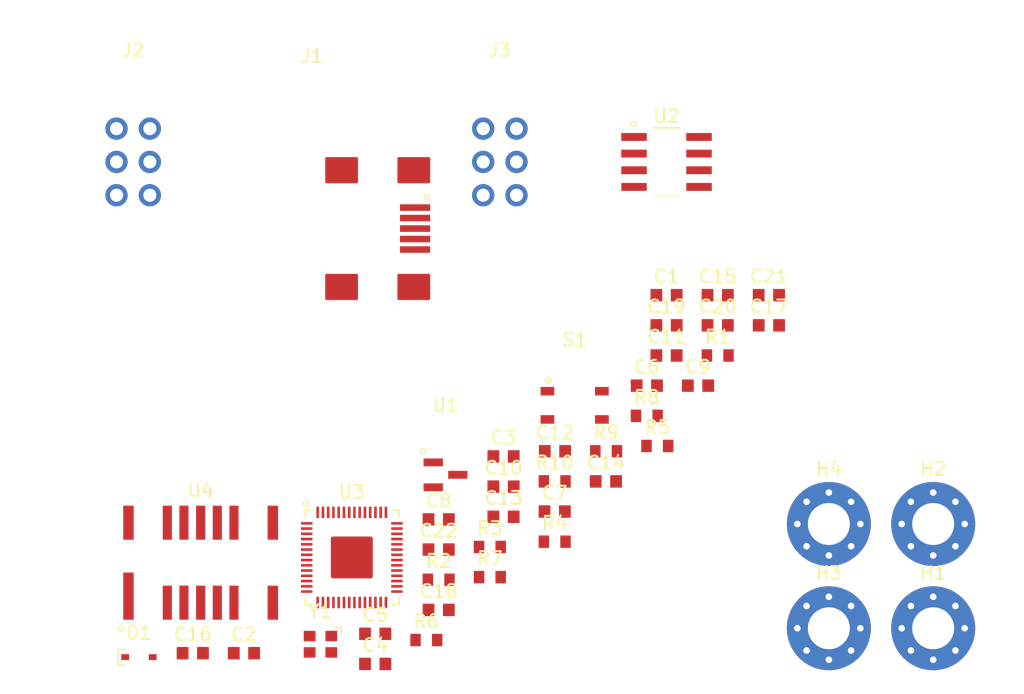
<source format=kicad_pcb>
(kicad_pcb (version 20220131) (generator pcbnew)
  (layers (0 "F.Cu" signal) (31 "B.Cu" signal) (34 "B.Paste" user) (35 "F.Paste" user) (36 "B.SilkS" user "B.Silkscreen") (37 "F.SilkS" user "F.Silkscreen") (38 "B.Mask" user) (39 "F.Mask" user) (44 "Edge.Cuts" user))
  (net 0 "")
  (net 1 "+3V3")
  (net 2 "GND")
  (net 3 "Net-(D1-K)")
  (net 4 "/VCORE")
  (net 5 "Net-(U3-XIN)")
  (net 6 "Net-(C13-Pad1)")
  (net 7 "/DVDD")
  (net 8 "Net-(C20-Pad1)")
  (net 9 "/VBUS")
  (net 10 "/USB_DN")
  (net 11 "/USB_DP")
  (net 14 "/I2C_EXT_SDA")
  (net 15 "/I2C_EXT_SCL")
  (net 16 "/SPI_~{CS}")
  (net 17 "Net-(U3-USB_DP)")
  (net 18 "Net-(U3-USB_DM)")
  (net 19 "/~{BOOT}")
  (net 20 "Net-(U3-XOUT)")
  (net 21 "Net-(U3-RUN)")
  (net 22 "/I2C_INT_SDA")
  (net 23 "/I2C_INT_SCL")
  (net 24 "/I2C_INT_INT")
  (net 25 "/AVDD")
  (net 26 "/SPI_SD1")
  (net 27 "/SPI_SD2")
  (net 28 "/SPI_SD0")
  (net 29 "/SPI_SCLK")
  (net 30 "/SPI_SD3")
  (footprint "00_pwt-temp_lib:R_0603" (layer "F.Cu") (at 151.64 105.32)
    (fp_text reference "R7" (at 0 -1.43) (layer "F.SilkS"))
    (fp_text value "10k")
    (pad "1" smd roundrect (at -0.825 0) (size 0.8 0.95) (layers "F.Cu" "F.Paste" "F.Mask") (roundrect_rratio 0.05) (net 1 "+3V3"))
    (pad "2" smd roundrect (at 0.825 0) (size 0.8 0.95) (layers "F.Cu" "F.Paste" "F.Mask") (roundrect_rratio 0.05) (net 22 "/I2C_INT_SDA"))
  )
  (footprint "00_pwt-temp_lib:R_0603" (layer "F.Cu") (at 164.4 95.32)
    (fp_text reference "R5" (at 0 -1.43) (layer "F.SilkS"))
    (fp_text value "1k")
    (pad "1" smd roundrect (at -0.825 0) (size 0.8 0.95) (layers "F.Cu" "F.Paste" "F.Mask") (roundrect_rratio 0.05) (net 6 "Net-(C13-Pad1)"))
    (pad "2" smd roundrect (at 0.825 0) (size 0.8 0.95) (layers "F.Cu" "F.Paste" "F.Mask") (roundrect_rratio 0.05) (net 20 "Net-(U3-XOUT)"))
  )
  (footprint "MountingHole:MountingHole_3.2mm_M3_Pad_Via" (layer "F.Cu") (at 185.42 109.22)
    (fp_text reference "H1" (at 0 -4.2) (layer "F.SilkS"))
    (fp_text value "MountingHole_Pad")
    (pad "1" thru_hole circle (at -2.4 0) (size 0.8 0.8) (drill 0.5) (layers *.Cu *.Mask) (net 2 "GND"))
    (pad "1" thru_hole circle (at -1.697056 -1.697056) (size 0.8 0.8) (drill 0.5) (layers *.Cu *.Mask) (net 2 "GND"))
    (pad "1" thru_hole circle (at -1.697056 1.697056) (size 0.8 0.8) (drill 0.5) (layers *.Cu *.Mask) (net 2 "GND"))
    (pad "1" thru_hole circle (at 0 -2.4) (size 0.8 0.8) (drill 0.5) (layers *.Cu *.Mask) (net 2 "GND"))
    (pad "1" thru_hole circle (at 0 0) (size 6.4 6.4) (drill 3.2) (layers *.Cu *.Mask) (net 2 "GND"))
    (pad "1" thru_hole circle (at 0 2.4) (size 0.8 0.8) (drill 0.5) (layers *.Cu *.Mask) (net 2 "GND"))
    (pad "1" thru_hole circle (at 1.697056 -1.697056) (size 0.8 0.8) (drill 0.5) (layers *.Cu *.Mask) (net 2 "GND"))
    (pad "1" thru_hole circle (at 1.697056 1.697056) (size 0.8 0.8) (drill 0.5) (layers *.Cu *.Mask) (net 2 "GND"))
    (pad "1" thru_hole circle (at 2.4 0) (size 0.8 0.8) (drill 0.5) (layers *.Cu *.Mask) (net 2 "GND"))
  )
  (footprint "MountingHole:MountingHole_3.2mm_M3_Pad_Via" (layer "F.Cu") (at 177.47 109.22)
    (fp_text reference "H3" (at 0 -4.2) (layer "F.SilkS"))
    (fp_text value "MountingHole_Pad")
    (pad "1" thru_hole circle (at -2.4 0) (size 0.8 0.8) (drill 0.5) (layers *.Cu *.Mask) (net 2 "GND"))
    (pad "1" thru_hole circle (at -1.697056 -1.697056) (size 0.8 0.8) (drill 0.5) (layers *.Cu *.Mask) (net 2 "GND"))
    (pad "1" thru_hole circle (at -1.697056 1.697056) (size 0.8 0.8) (drill 0.5) (layers *.Cu *.Mask) (net 2 "GND"))
    (pad "1" thru_hole circle (at 0 -2.4) (size 0.8 0.8) (drill 0.5) (layers *.Cu *.Mask) (net 2 "GND"))
    (pad "1" thru_hole circle (at 0 0) (size 6.4 6.4) (drill 3.2) (layers *.Cu *.Mask) (net 2 "GND"))
    (pad "1" thru_hole circle (at 0 2.4) (size 0.8 0.8) (drill 0.5) (layers *.Cu *.Mask) (net 2 "GND"))
    (pad "1" thru_hole circle (at 1.697056 -1.697056) (size 0.8 0.8) (drill 0.5) (layers *.Cu *.Mask) (net 2 "GND"))
    (pad "1" thru_hole circle (at 1.697056 1.697056) (size 0.8 0.8) (drill 0.5) (layers *.Cu *.Mask) (net 2 "GND"))
    (pad "1" thru_hole circle (at 2.4 0) (size 0.8 0.8) (drill 0.5) (layers *.Cu *.Mask) (net 2 "GND"))
  )
  (footprint "MountingHole:MountingHole_3.2mm_M3_Pad_Via" (layer "F.Cu") (at 177.47 101.27)
    (fp_text reference "H4" (at 0 -4.2) (layer "F.SilkS"))
    (fp_text value "MountingHole_Pad")
    (pad "1" thru_hole circle (at -2.4 0) (size 0.8 0.8) (drill 0.5) (layers *.Cu *.Mask) (net 2 "GND"))
    (pad "1" thru_hole circle (at -1.697056 -1.697056) (size 0.8 0.8) (drill 0.5) (layers *.Cu *.Mask) (net 2 "GND"))
    (pad "1" thru_hole circle (at -1.697056 1.697056) (size 0.8 0.8) (drill 0.5) (layers *.Cu *.Mask) (net 2 "GND"))
    (pad "1" thru_hole circle (at 0 -2.4) (size 0.8 0.8) (drill 0.5) (layers *.Cu *.Mask) (net 2 "GND"))
    (pad "1" thru_hole circle (at 0 0) (size 6.4 6.4) (drill 3.2) (layers *.Cu *.Mask) (net 2 "GND"))
    (pad "1" thru_hole circle (at 0 2.4) (size 0.8 0.8) (drill 0.5) (layers *.Cu *.Mask) (net 2 "GND"))
    (pad "1" thru_hole circle (at 1.697056 -1.697056) (size 0.8 0.8) (drill 0.5) (layers *.Cu *.Mask) (net 2 "GND"))
    (pad "1" thru_hole circle (at 1.697056 1.697056) (size 0.8 0.8) (drill 0.5) (layers *.Cu *.Mask) (net 2 "GND"))
    (pad "1" thru_hole circle (at 2.4 0) (size 0.8 0.8) (drill 0.5) (layers *.Cu *.Mask) (net 2 "GND"))
  )
  (footprint "00_pwt-temp_lib:C_0603" (layer "F.Cu") (at 152.68 96.12)
    (fp_text reference "C3" (at 0 -1.43) (layer "F.SilkS"))
    (fp_text value "1u")
    (pad "1" smd roundrect (at -0.775 0) (size 0.9 0.95) (layers "F.Cu" "F.Paste" "F.Mask") (roundrect_rratio 0.05) (net 1 "+3V3"))
    (pad "2" smd roundrect (at 0.775 0) (size 0.9 0.95) (layers "F.Cu" "F.Paste" "F.Mask") (roundrect_rratio 0.05) (net 2 "GND"))
  )
  (footprint "00_pwt-temp_lib:C_0603" (layer "F.Cu") (at 172.9 86.12)
    (fp_text reference "C17" (at 0 -1.43) (layer "F.SilkS"))
    (fp_text value "100n")
    (pad "1" smd roundrect (at -0.775 0) (size 0.9 0.95) (layers "F.Cu" "F.Paste" "F.Mask") (roundrect_rratio 0.05) (net 4 "/VCORE"))
    (pad "2" smd roundrect (at 0.775 0) (size 0.9 0.95) (layers "F.Cu" "F.Paste" "F.Mask") (roundrect_rratio 0.05) (net 2 "GND"))
  )
  (footprint "00_pwt-temp_lib:C_0603" (layer "F.Cu") (at 163.6 90.72)
    (fp_text reference "C6" (at 0 -1.43) (layer "F.SilkS"))
    (fp_text value "1u")
    (pad "1" smd roundrect (at -0.775 0) (size 0.9 0.95) (layers "F.Cu" "F.Paste" "F.Mask") (roundrect_rratio 0.05) (net 1 "+3V3"))
    (pad "2" smd roundrect (at 0.775 0) (size 0.9 0.95) (layers "F.Cu" "F.Paste" "F.Mask") (roundrect_rratio 0.05) (net 2 "GND"))
  )
  (footprint "00_pwt-temp_lib:C_0603" (layer "F.Cu") (at 165.1 88.42)
    (fp_text reference "C11" (at 0 -1.43) (layer "F.SilkS"))
    (fp_text value "100n")
    (pad "1" smd roundrect (at -0.775 0) (size 0.9 0.95) (layers "F.Cu" "F.Paste" "F.Mask") (roundrect_rratio 0.05) (net 1 "+3V3"))
    (pad "2" smd roundrect (at 0.775 0) (size 0.9 0.95) (layers "F.Cu" "F.Paste" "F.Mask") (roundrect_rratio 0.05) (net 2 "GND"))
  )
  (footprint "00_pwt-temp_lib:C_0603" (layer "F.Cu") (at 156.58 100.32)
    (fp_text reference "C7" (at 0 -1.43) (layer "F.SilkS"))
    (fp_text value "1u")
    (pad "1" smd roundrect (at -0.775 0) (size 0.9 0.95) (layers "F.Cu" "F.Paste" "F.Mask") (roundrect_rratio 0.05) (net 4 "/VCORE"))
    (pad "2" smd roundrect (at 0.775 0) (size 0.9 0.95) (layers "F.Cu" "F.Paste" "F.Mask") (roundrect_rratio 0.05) (net 2 "GND"))
  )
  (footprint "00_pwt-temp_lib:IC_W25Q16JV" (layer "F.Cu") (at 165.1 73.66)
    (fp_text reference "U2" (at 0 -3.5) (layer "F.SilkS"))
    (fp_text value "IC_W25Q16JV")
    (fp_line (start 0 -2.6) (end -1 -2.6) (stroke (width 0.12)) (layer "F.SilkS"))
    (fp_line (start 0 -2.6) (end 1 -2.6) (stroke (width 0.12)) (layer "F.SilkS"))
    (fp_line (start 0 2.56) (end -1 2.56) (stroke (width 0.12)) (layer "F.SilkS"))
    (fp_line (start 0 2.56) (end 1 2.56) (stroke (width 0.12)) (layer "F.SilkS"))
    (fp_circle (center -2.5 -2.9) (end -2.3 -2.9) (stroke (width 0.1)) (fill none) (layer "F.SilkS"))
    (pad "1" smd roundrect (at -2.475 -1.905) (size 1.95 0.6) (layers "F.Cu" "F.Paste" "F.Mask") (roundrect_rratio 0.05) (net 16 "/SPI_~{CS}") (clearance 0.1))
    (pad "2" smd roundrect (at -2.475 -0.635) (size 1.95 0.6) (layers "F.Cu" "F.Paste" "F.Mask") (roundrect_rratio 0.05) (net 26 "/SPI_SD1") (clearance 0.1))
    (pad "3" smd roundrect (at -2.475 0.635) (size 1.95 0.6) (layers "F.Cu" "F.Paste" "F.Mask") (roundrect_rratio 0.05) (net 27 "/SPI_SD2") (clearance 0.1))
    (pad "4" smd roundrect (at -2.475 1.905) (size 1.95 0.6) (layers "F.Cu" "F.Paste" "F.Mask") (roundrect_rratio 0.05) (net 2 "GND") (clearance 0.1))
    (pad "5" smd roundrect (at 2.475 1.905) (size 1.95 0.6) (layers "F.Cu" "F.Paste" "F.Mask") (roundrect_rratio 0.05) (net 28 "/SPI_SD0") (clearance 0.1))
    (pad "6" smd roundrect (at 2.475 0.635) (size 1.95 0.6) (layers "F.Cu" "F.Paste" "F.Mask") (roundrect_rratio 0.05) (net 29 "/SPI_SCLK") (clearance 0.1))
    (pad "7" smd roundrect (at 2.475 -0.635) (size 1.95 0.6) (layers "F.Cu" "F.Paste" "F.Mask") (roundrect_rratio 0.05) (net 30 "/SPI_SD3") (clearance 0.1))
    (pad "8" smd roundrect (at 2.475 -1.905) (size 1.95 0.6) (layers "F.Cu" "F.Paste" "F.Mask") (roundrect_rratio 0.05) (net 1 "+3V3") (clearance 0.1))
  )
  (footprint "00_pwt-temp_lib:MECH_BTN_SMD_SMALL" (layer "F.Cu") (at 158.1 92.22)
    (fp_text reference "S1" (at 0 -5 unlocked) (layer "F.SilkS"))
    (fp_text value "MECH_BTN_SMD_SMALL")
    (fp_circle (center -2 -1.9) (end -1.8 -1.9) (stroke (width 0.1)) (fill none) (layer "F.SilkS"))
    (pad "1" smd roundrect (at -2.075 -1.075 180) (size 1.05 0.65) (layers "F.Cu" "F.Paste" "F.Mask") (roundrect_rratio 0.05) (net 19 "/~{BOOT}") (clearance 0.1))
    (pad "2" smd roundrect (at 2.075 -1.075 180) (size 1.05 0.65) (layers "F.Cu" "F.Paste" "F.Mask") (roundrect_rratio 0.05) (net 19 "/~{BOOT}") (clearance 0.1))
    (pad "3" smd roundrect (at -2.075 1.075 180) (size 1.05 0.65) (layers "F.Cu" "F.Paste" "F.Mask") (roundrect_rratio 0.05) (net 2 "GND") (clearance 0.1))
    (pad "4" smd roundrect (at 2.075 1.075 180) (size 1.05 0.65) (layers "F.Cu" "F.Paste" "F.Mask") (roundrect_rratio 0.05) (net 2 "GND") (clearance 0.1))
  )
  (footprint "00_pwt-temp_lib:R_0603" (layer "F.Cu") (at 146.8 110.12)
    (fp_text reference "R6" (at 0 -1.43) (layer "F.SilkS"))
    (fp_text value "10k")
    (pad "1" smd roundrect (at -0.825 0) (size 0.8 0.95) (layers "F.Cu" "F.Paste" "F.Mask") (roundrect_rratio 0.05) (net 1 "+3V3"))
    (pad "2" smd roundrect (at 0.825 0) (size 0.8 0.95) (layers "F.Cu" "F.Paste" "F.Mask") (roundrect_rratio 0.05) (net 21 "Net-(U3-RUN)"))
  )
  (footprint "00_pwt-temp_lib:C_0603" (layer "F.Cu") (at 165.1 86.12)
    (fp_text reference "C19" (at 0 -1.43) (layer "F.SilkS"))
    (fp_text value "100n")
    (pad "1" smd roundrect (at -0.775 0) (size 0.9 0.95) (layers "F.Cu" "F.Paste" "F.Mask") (roundrect_rratio 0.05) (net 1 "+3V3"))
    (pad "2" smd roundrect (at 0.775 0) (size 0.9 0.95) (layers "F.Cu" "F.Paste" "F.Mask") (roundrect_rratio 0.05) (net 2 "GND"))
  )
  (footprint "00_pwt-temp_lib:SOT_23_3" (layer "F.Cu") (at 148.26 97.52)
    (fp_text reference "U1" (at 0 -5.3) (layer "F.SilkS"))
    (fp_text value "PMIC_LDO_3V3_0.2A")
    (fp_circle (center -1.7 -1.8) (end -1.5 -1.8) (stroke (width 0.1)) (fill none) (layer "F.SilkS"))
    (pad "1" smd roundrect (at -0.9375 -0.95) (size 1.475 0.6) (layers "F.Cu" "F.Paste" "F.Mask") (roundrect_rratio 0.05) (net 2 "GND") (clearance 0.1))
    (pad "2" smd roundrect (at -0.9375 0.95) (size 1.475 0.6) (layers "F.Cu" "F.Paste" "F.Mask") (roundrect_rratio 0.05) (net 1 "+3V3") (clearance 0.1))
    (pad "3" smd roundrect (at 0.9375 0) (size 1.475 0.6) (layers "F.Cu" "F.Paste" "F.Mask") (roundrect_rratio 0.05) (net 3 "Net-(D1-K)") (clearance 0.1))
  )
  (footprint "00_pwt-temp_lib:C_0603" (layer "F.Cu") (at 129 111.12)
    (fp_text reference "C16" (at 0 -1.43) (layer "F.SilkS"))
    (fp_text value "100n")
    (pad "1" smd roundrect (at -0.775 0) (size 0.9 0.95) (layers "F.Cu" "F.Paste" "F.Mask") (roundrect_rratio 0.05) (net 1 "+3V3"))
    (pad "2" smd roundrect (at 0.775 0) (size 0.9 0.95) (layers "F.Cu" "F.Paste" "F.Mask") (roundrect_rratio 0.05) (net 2 "GND"))
  )
  (footprint "00_pwt-temp_lib:C_0603" (layer "F.Cu") (at 147.74 103.22)
    (fp_text reference "C22" (at 0 -1.43) (layer "F.SilkS"))
    (fp_text value "10u")
    (pad "1" smd roundrect (at -0.775 0) (size 0.9 0.95) (layers "F.Cu" "F.Paste" "F.Mask") (roundrect_rratio 0.05) (net 1 "+3V3"))
    (pad "2" smd roundrect (at 0.775 0) (size 0.9 0.95) (layers "F.Cu" "F.Paste" "F.Mask") (roundrect_rratio 0.05) (net 2 "GND"))
  )
  (footprint "00_pwt-temp_lib:CON_USB_B_MINI" (layer "F.Cu") (at 137.44 78.74)
    (fp_text reference "J1" (at 0.65 -13.16 unlocked) (layer "F.SilkS"))
    (fp_text value "CON_USB_B_MINI")
    (fp_circle (center 9.4 -2.4) (end 9.6 -2.4) (stroke (width 0.1)) (fill none) (layer "F.SilkS"))
    (pad "" np_thru_hole circle (at 5.9 -2.2) (size 0 0) (drill 0.9) (layers F&B.Cu *.Mask))
    (pad "" np_thru_hole circle (at 5.9 2.2) (size 0 0) (drill 0.9) (layers F&B.Cu *.Mask))
    (pad "1" smd roundrect (at 8.5 -1.6) (size 2.3 0.5) (layers "F.Cu" "F.Paste" "F.Mask") (roundrect_rratio 0.05) (net 9 "/VBUS") (clearance 0.1))
    (pad "2" smd roundrect (at 8.5 -0.8) (size 2.3 0.5) (layers "F.Cu" "F.Paste" "F.Mask") (roundrect_rratio 0.05) (net 10 "/USB_DN") (clearance 0.1))
    (pad "3" smd roundrect (at 8.5 0) (size 2.3 0.5) (layers "F.Cu" "F.Paste" "F.Mask") (roundrect_rratio 0.05) (net 11 "/USB_DP") (clearance 0.1))
    (pad "4" smd roundrect (at 8.5 0.8) (size 2.3 0.5) (layers "F.Cu" "F.Paste" "F.Mask") (roundrect_rratio 0.05) (clearance 0.1))
    (pad "5" smd roundrect (at 8.5 1.6) (size 2.3 0.5) (layers "F.Cu" "F.Paste" "F.Mask") (roundrect_rratio 0.05) (net 2 "GND") (clearance 0.1))
    (pad "6" smd roundrect (at 2.9 -4.45) (size 2.5 2) (layers "F.Cu" "F.Paste" "F.Mask") (roundrect_rratio 0.05) (clearance 0.1))
    (pad "6" smd roundrect (at 2.9 4.45) (size 2.5 2) (layers "F.Cu" "F.Paste" "F.Mask") (roundrect_rratio 0.05) (clearance 0.1))
    (pad "6" smd roundrect (at 8.4 -4.45) (size 2.5 2) (layers "F.Cu" "F.Paste" "F.Mask") (roundrect_rratio 0.05) (clearance 0.1))
    (pad "6" smd roundrect (at 8.4 4.45) (size 2.5 2) (layers "F.Cu" "F.Paste" "F.Mask") (roundrect_rratio 0.05) (clearance 0.1))
  )
  (footprint "00_pwt-temp_lib:C_0603" (layer "F.Cu") (at 156.6 95.72)
    (fp_text reference "C12" (at 0 -1.43) (layer "F.SilkS"))
    (fp_text value "100n")
    (pad "1" smd roundrect (at -0.775 0) (size 0.9 0.95) (layers "F.Cu" "F.Paste" "F.Mask") (roundrect_rratio 0.05) (net 4 "/VCORE"))
    (pad "2" smd roundrect (at 0.775 0) (size 0.9 0.95) (layers "F.Cu" "F.Paste" "F.Mask") (roundrect_rratio 0.05) (net 2 "GND"))
  )
  (footprint "00_pwt-temp_lib:R_0603" (layer "F.Cu") (at 163.6 93.02)
    (fp_text reference "R8" (at 0 -1.43) (layer "F.SilkS"))
    (fp_text value "10k")
    (pad "1" smd roundrect (at -0.825 0) (size 0.8 0.95) (layers "F.Cu" "F.Paste" "F.Mask") (roundrect_rratio 0.05) (net 1 "+3V3"))
    (pad "2" smd roundrect (at 0.825 0) (size 0.8 0.95) (layers "F.Cu" "F.Paste" "F.Mask") (roundrect_rratio 0.05) (net 23 "/I2C_INT_SCL"))
  )
  (footprint "00_pwt-temp_lib:R_0603" (layer "F.Cu") (at 156.58 102.62)
    (fp_text reference "R4" (at 0 -1.43) (layer "F.SilkS"))
    (fp_text value "1k")
    (pad "1" smd roundrect (at -0.825 0) (size 0.8 0.95) (layers "F.Cu" "F.Paste" "F.Mask") (roundrect_rratio 0.05) (net 16 "/SPI_~{CS}"))
    (pad "2" smd roundrect (at 0.825 0) (size 0.8 0.95) (layers "F.Cu" "F.Paste" "F.Mask") (roundrect_rratio 0.05) (net 19 "/~{BOOT}"))
  )
  (footprint "00_pwt-temp_lib:C_0603" (layer "F.Cu") (at 152.68 100.72)
    (fp_text reference "C13" (at 0 -1.43) (layer "F.SilkS"))
    (fp_text value "18p")
    (pad "1" smd roundrect (at -0.775 0) (size 0.9 0.95) (layers "F.Cu" "F.Paste" "F.Mask") (roundrect_rratio 0.05) (net 6 "Net-(C13-Pad1)"))
    (pad "2" smd roundrect (at 0.775 0) (size 0.9 0.95) (layers "F.Cu" "F.Paste" "F.Mask") (roundrect_rratio 0.05) (net 2 "GND"))
  )
  (footprint "00_pwt-temp_lib:R_0603" (layer "F.Cu") (at 156.58 98.02)
    (fp_text reference "R10" (at 0 -1.43) (layer "F.SilkS"))
    (fp_text value "20R")
    (pad "1" smd roundrect (at -0.825 0) (size 0.8 0.95) (layers "F.Cu" "F.Paste" "F.Mask") (roundrect_rratio 0.05) (net 8 "Net-(C20-Pad1)"))
    (pad "2" smd roundrect (at 0.825 0) (size 0.8 0.95) (layers "F.Cu" "F.Paste" "F.Mask") (roundrect_rratio 0.05) (net 25 "/AVDD"))
  )
  (footprint "00_pwt-temp_lib:IC_AMG8834" (layer "F.Cu") (at 129.6 104.22)
    (fp_text reference "U4" (at 0 -5.5 unlocked) (layer "F.SilkS"))
    (fp_text value "IC_AMG8834")
    (fp_circle (center -6.1 5) (end -5.9 5) (stroke (width 0.1)) (fill none) (layer "F.SilkS"))
    (pad "1" smd roundrect (at -5.5 2.55) (size 0.8 3.6) (layers "F.Cu" "F.Paste" "F.Mask") (roundrect_rratio 0.05) (clearance 0.2))
    (pad "2" smd roundrect (at -2.54 3.05) (size 0.7 2.6) (layers "F.Cu" "F.Paste" "F.Mask") (roundrect_rratio 0.05) (net 22 "/I2C_INT_SDA") (clearance 0.2))
    (pad "3" smd roundrect (at -1.27 3.05) (size 0.7 2.6) (layers "F.Cu" "F.Paste" "F.Mask") (roundrect_rratio 0.05) (net 23 "/I2C_INT_SCL") (clearance 0.2))
    (pad "4" smd roundrect (at 0 3.05) (size 0.7 2.6) (layers "F.Cu" "F.Paste" "F.Mask") (roundrect_rratio 0.05) (net 24 "/I2C_INT_INT") (clearance 0.2))
    (pad "5" smd roundrect (at 1.27 3.05) (size 0.7 2.6) (layers "F.Cu" "F.Paste" "F.Mask") (roundrect_rratio 0.05) (net 2 "GND") (clearance 0.2))
    (pad "6" smd roundrect (at 2.54 3.05) (size 0.7 2.6) (layers "F.Cu" "F.Paste" "F.Mask") (roundrect_rratio 0.05) (net 2 "GND") (clearance 0.2))
    (pad "7" smd roundrect (at 5.5 3.05) (size 0.8 2.6) (layers "F.Cu" "F.Paste" "F.Mask") (roundrect_rratio 0.05) (clearance 0.2))
    (pad "8" smd roundrect (at 5.5 -3.05) (size 0.8 2.6) (layers "F.Cu" "F.Paste" "F.Mask") (roundrect_rratio 0.05) (clearance 0.2))
    (pad "9" smd roundrect (at 2.54 -3.05) (size 0.7 2.6) (layers "F.Cu" "F.Paste" "F.Mask") (roundrect_rratio 0.05) (net 1 "+3V3") (clearance 0.2))
    (pad "10" smd roundrect (at 1.27 -3.05) (size 0.7 2.6) (layers "F.Cu" "F.Paste" "F.Mask") (roundrect_rratio 0.05) (net 25 "/AVDD") (clearance 0.2))
    (pad "11" smd roundrect (at 0 -3.05) (size 0.7 2.6) (layers "F.Cu" "F.Paste" "F.Mask") (roundrect_rratio 0.05) (clearance 0.2))
    (pad "12" smd roundrect (at -1.27 -3.05) (size 0.7 2.6) (layers "F.Cu" "F.Paste" "F.Mask") (roundrect_rratio 0.05) (net 7 "/DVDD") (clearance 0.2))
    (pad "13" smd roundrect (at -2.54 -3.05) (size 0.7 2.6) (layers "F.Cu" "F.Paste" "F.Mask") (roundrect_rratio 0.05) (net 1 "+3V3") (clearance 0.2))
    (pad "14" smd roundrect (at -5.5 -3.05) (size 0.8 2.6) (layers "F.Cu" "F.Paste" "F.Mask") (roundrect_rratio 0.05) (clearance 0.2))
  )
  (footprint "00_pwt-temp_lib:C_0603" (layer "F.Cu") (at 142.9 111.94)
    (fp_text reference "C4" (at 0 -1.43) (layer "F.SilkS"))
    (fp_text value "100n")
    (pad "1" smd roundrect (at -0.775 0) (size 0.9 0.95) (layers "F.Cu" "F.Paste" "F.Mask") (roundrect_rratio 0.05) (net 1 "+3V3"))
    (pad "2" smd roundrect (at 0.775 0) (size 0.9 0.95) (layers "F.Cu" "F.Paste" "F.Mask") (roundrect_rratio 0.05) (net 2 "GND"))
  )
  (footprint "00_pwt-temp_lib:C_0603" (layer "F.Cu") (at 142.9 109.64)
    (fp_text reference "C5" (at 0 -1.43) (layer "F.SilkS"))
    (fp_text value "100n")
    (pad "1" smd roundrect (at -0.775 0) (size 0.9 0.95) (layers "F.Cu" "F.Paste" "F.Mask") (roundrect_rratio 0.05) (net 1 "+3V3"))
    (pad "2" smd roundrect (at 0.775 0) (size 0.9 0.95) (layers "F.Cu" "F.Paste" "F.Mask") (roundrect_rratio 0.05) (net 2 "GND"))
  )
  (footprint "00_pwt-temp_lib:R_0603" (layer "F.Cu") (at 151.64 103.02)
    (fp_text reference "R3" (at 0 -1.43) (layer "F.SilkS"))
    (fp_text value "27.4R")
    (pad "1" smd roundrect (at -0.825 0) (size 0.8 0.95) (layers "F.Cu" "F.Paste" "F.Mask") (roundrect_rratio 0.05) (net 10 "/USB_DN"))
    (pad "2" smd roundrect (at 0.825 0) (size 0.8 0.95) (layers "F.Cu" "F.Paste" "F.Mask") (roundrect_rratio 0.05) (net 18 "Net-(U3-USB_DM)"))
  )
  (footprint "00_pwt-temp_lib:C_0603" (layer "F.Cu") (at 169 83.82)
    (fp_text reference "C15" (at 0 -1.43) (layer "F.SilkS"))
    (fp_text value "100n")
    (pad "1" smd roundrect (at -0.775 0) (size 0.9 0.95) (layers "F.Cu" "F.Paste" "F.Mask") (roundrect_rratio 0.05) (net 1 "+3V3"))
    (pad "2" smd roundrect (at 0.775 0) (size 0.9 0.95) (layers "F.Cu" "F.Paste" "F.Mask") (roundrect_rratio 0.05) (net 2 "GND"))
  )
  (footprint "00_pwt-temp_lib:R_0603" (layer "F.Cu") (at 160.5 95.72)
    (fp_text reference "R9" (at 0 -1.43) (layer "F.SilkS"))
    (fp_text value "10k")
    (pad "1" smd roundrect (at -0.825 0) (size 0.8 0.95) (layers "F.Cu" "F.Paste" "F.Mask") (roundrect_rratio 0.05) (net 1 "+3V3"))
    (pad "2" smd roundrect (at 0.825 0) (size 0.8 0.95) (layers "F.Cu" "F.Paste" "F.Mask") (roundrect_rratio 0.05) (net 24 "/I2C_INT_INT"))
  )
  (footprint "00_pwt-temp_lib:R_0603" (layer "F.Cu") (at 169 88.42)
    (fp_text reference "R1" (at 0 -1.43) (layer "F.SilkS"))
    (fp_text value "10k")
    (pad "1" smd roundrect (at -0.825 0) (size 0.8 0.95) (layers "F.Cu" "F.Paste" "F.Mask") (roundrect_rratio 0.05) (net 1 "+3V3"))
    (pad "2" smd roundrect (at 0.825 0) (size 0.8 0.95) (layers "F.Cu" "F.Paste" "F.Mask") (roundrect_rratio 0.05) (net 16 "/SPI_~{CS}"))
  )
  (footprint "00_pwt-temp_lib:C_0603" (layer "F.Cu") (at 152.68 98.42)
    (fp_text reference "C10" (at 0 -1.43) (layer "F.SilkS"))
    (fp_text value "100n")
    (pad "1" smd roundrect (at -0.775 0) (size 0.9 0.95) (layers "F.Cu" "F.Paste" "F.Mask") (roundrect_rratio 0.05) (net 1 "+3V3"))
    (pad "2" smd roundrect (at 0.775 0) (size 0.9 0.95) (layers "F.Cu" "F.Paste" "F.Mask") (roundrect_rratio 0.05) (net 2 "GND"))
  )
  (footprint "00_pwt-temp_lib:C_0603" (layer "F.Cu") (at 147.74 107.82)
    (fp_text reference "C18" (at 0 -1.43) (layer "F.SilkS"))
    (fp_text value "1u")
    (pad "1" smd roundrect (at -0.775 0) (size 0.9 0.95) (layers "F.Cu" "F.Paste" "F.Mask") (roundrect_rratio 0.05) (net 7 "/DVDD"))
    (pad "2" smd roundrect (at 0.775 0) (size 0.9 0.95) (layers "F.Cu" "F.Paste" "F.Mask") (roundrect_rratio 0.05) (net 2 "GND"))
  )
  (footprint "00_pwt-temp_lib:SOD_323" (layer "F.Cu") (at 124.9 111.42)
    (fp_text reference "D1" (at 0 -1.85) (layer "F.SilkS"))
    (fp_text value "D_SCH_40V_0.25A")
    (fp_line (start -1.6 -0.6) (end -1.6 0.6) (stroke (width 0.1)) (layer "F.SilkS"))
    (fp_line (start -1.6 -0.6) (end -1.1 -0.6) (stroke (width 0.1)) (layer "F.SilkS"))
    (fp_line (start -1.6 0.6) (end -1.1 0.6) (stroke (width 0.1)) (layer "F.SilkS"))
    (pad "1" smd rect (at -1.05 0) (size 0.6 0.45) (layers "F.Cu" "F.Paste" "F.Mask") (net 3 "Net-(D1-K)") (clearance 0.1))
    (pad "2" smd rect (at 1.05 0) (size 0.6 0.45) (layers "F.Cu" "F.Paste" "F.Mask") (net 9 "/VBUS") (clearance 0.1))
  )
  (footprint "00_pwt-temp_lib:C_0603" (layer "F.Cu") (at 132.9 111.12)
    (fp_text reference "C2" (at 0 -1.43) (layer "F.SilkS"))
    (fp_text value "1u")
    (pad "1" smd roundrect (at -0.775 0) (size 0.9 0.95) (layers "F.Cu" "F.Paste" "F.Mask") (roundrect_rratio 0.05) (net 3 "Net-(D1-K)"))
    (pad "2" smd roundrect (at 0.775 0) (size 0.9 0.95) (layers "F.Cu" "F.Paste" "F.Mask") (roundrect_rratio 0.05) (net 2 "GND"))
  )
  (footprint "00_pwt-temp_lib:CON_PH_2.54MM_2x3_VERT" (layer "F.Cu") (at 152.4 73.66)
    (fp_text reference "J3" (at 0 -8.5) (layer "F.SilkS"))
    (fp_text value "CON_PH_2.54MM_2x3_VERT")
    (pad "1" thru_hole circle (at -1.27 -2.54) (size 1.7 1.7) (drill 1) (layers *.Cu *.Mask) (net 14 "/I2C_EXT_SDA"))
    (pad "2" thru_hole oval (at 1.27 -2.54) (size 1.7 1.7) (drill 1) (layers *.Cu *.Mask) (net 1 "+3V3"))
    (pad "3" thru_hole oval (at -1.27 0) (size 1.7 1.7) (drill 1) (layers *.Cu *.Mask) (net 1 "+3V3"))
    (pad "4" thru_hole oval (at 1.27 0) (size 1.7 1.7) (drill 1) (layers *.Cu *.Mask) (net 2 "GND"))
    (pad "5" thru_hole oval (at -1.27 2.54) (size 1.7 1.7) (drill 1) (layers *.Cu *.Mask) (net 2 "GND"))
    (pad "6" thru_hole oval (at 1.27 2.54) (size 1.7 1.7) (drill 1) (layers *.Cu *.Mask) (net 15 "/I2C_EXT_SCL"))
  )
  (footprint "00_pwt-temp_lib:IC_RP2040" (layer "F.Cu") (at 141.12 103.82)
    (fp_text reference "U3" (at 0 -5) (layer "F.SilkS"))
    (fp_text value "IC_RP2040")
    (fp_line (start -3.6 -3.1) (end -3.6 -3.6) (stroke (width 0.12)) (layer "F.SilkS"))
    (fp_line (start -3.6 3.1) (end -3.6 3.6) (stroke (width 0.12)) (layer "F.SilkS"))
    (fp_line (start -3.1 -3.6) (end -3.6 -3.6) (stroke (width 0.12)) (layer "F.SilkS"))
    (fp_line (start -3.1 3.6) (end -3.6 3.6) (stroke (width 0.12)) (layer "F.SilkS"))
    (fp_line (start 3.1 -3.6) (end 3.6 -3.6) (stroke (width 0.12)) (layer "F.SilkS"))
    (fp_line (start 3.1 3.6) (end 3.6 3.6) (stroke (width 0.12)) (layer "F.SilkS"))
    (fp_line (start 3.6 -3.1) (end 3.6 -3.6) (stroke (width 0.12)) (layer "F.SilkS"))
    (fp_line (start 3.6 3.1) (end 3.6 3.6) (stroke (width 0.12)) (layer "F.SilkS"))
    (fp_circle (center -3.5 -4.1) (end -3.3 -4.1) (stroke (width 0.1)) (fill none) (layer "F.SilkS"))
    (pad "1" smd roundrect (at -3.4375 -2.6) (size 0.875 0.2) (layers "F.Cu" "F.Paste" "F.Mask") (roundrect_rratio 0.05) (net 1 "+3V3"))
    (pad "2" smd roundrect (at -3.4375 -2.2) (size 0.875 0.2) (layers "F.Cu" "F.Paste" "F.Mask") (roundrect_rratio 0.05) (net 19 "/~{BOOT}"))
    (pad "3" smd roundrect (at -3.4375 -1.8) (size 0.875 0.2) (layers "F.Cu" "F.Paste" "F.Mask") (roundrect_rratio 0.05))
    (pad "4" smd roundrect (at -3.4375 -1.4) (size 0.875 0.2) (layers "F.Cu" "F.Paste" "F.Mask") (roundrect_rratio 0.05) (net 22 "/I2C_INT_SDA"))
    (pad "5" smd roundrect (at -3.4375 -1) (size 0.875 0.2) (layers "F.Cu" "F.Paste" "F.Mask") (roundrect_rratio 0.05) (net 23 "/I2C_INT_SCL"))
    (pad "6" smd roundrect (at -3.4375 -0.6) (size 0.875 0.2) (layers "F.Cu" "F.Paste" "F.Mask") (roundrect_rratio 0.05) (net 24 "/I2C_INT_INT"))
    (pad "7" smd roundrect (at -3.4375 -0.2) (size 0.875 0.2) (layers "F.Cu" "F.Paste" "F.Mask") (roundrect_rratio 0.05))
    (pad "8" smd roundrect (at -3.4375 0.2) (size 0.875 0.2) (layers "F.Cu" "F.Paste" "F.Mask") (roundrect_rratio 0.05))
    (pad "9" smd roundrect (at -3.4375 0.6) (size 0.875 0.2) (layers "F.Cu" "F.Paste" "F.Mask") (roundrect_rratio 0.05))
    (pad "10" smd roundrect (at -3.4375 1) (size 0.875 0.2) (layers "F.Cu" "F.Paste" "F.Mask") (roundrect_rratio 0.05) (net 1 "+3V3"))
    (pad "11" smd roundrect (at -3.4375 1.4) (size 0.875 0.2) (layers "F.Cu" "F.Paste" "F.Mask") (roundrect_rratio 0.05))
    (pad "12" smd roundrect (at -3.4375 1.8) (size 0.875 0.2) (layers "F.Cu" "F.Paste" "F.Mask") (roundrect_rratio 0.05))
    (pad "13" smd roundrect (at -3.4375 2.2) (size 0.875 0.2) (layers "F.Cu" "F.Paste" "F.Mask") (roundrect_rratio 0.05))
    (pad "14" smd roundrect (at -3.4375 2.6) (size 0.875 0.2) (layers "F.Cu" "F.Paste" "F.Mask") (roundrect_rratio 0.05))
    (pad "15" smd roundrect (at -2.6 3.4375) (size 0.2 0.875) (layers "F.Cu" "F.Paste" "F.Mask") (roundrect_rratio 0.05))
    (pad "16" smd roundrect (at -2.2 3.4375) (size 0.2 0.875) (layers "F.Cu" "F.Paste" "F.Mask") (roundrect_rratio 0.05))
    (pad "17" smd roundrect (at -1.8 3.4375) (size 0.2 0.875) (layers "F.Cu" "F.Paste" "F.Mask") (roundrect_rratio 0.05))
    (pad "18" smd roundrect (at -1.4 3.4375) (size 0.2 0.875) (layers "F.Cu" "F.Paste" "F.Mask") (roundrect_rratio 0.05))
    (pad "19" smd roundrect (at -1 3.4375) (size 0.2 0.875) (layers "F.Cu" "F.Paste" "F.Mask") (roundrect_rratio 0.05) (net 2 "GND"))
    (pad "20" smd roundrect (at -0.6 3.4375) (size 0.2 0.875) (layers "F.Cu" "F.Paste" "F.Mask") (roundrect_rratio 0.05) (net 5 "Net-(U3-XIN)"))
    (pad "21" smd roundrect (at -0.2 3.4375) (size 0.2 0.875) (layers "F.Cu" "F.Paste" "F.Mask") (roundrect_rratio 0.05) (net 20 "Net-(U3-XOUT)"))
    (pad "22" smd roundrect (at 0.2 3.4375) (size 0.2 0.875) (layers "F.Cu" "F.Paste" "F.Mask") (roundrect_rratio 0.05) (net 1 "+3V3"))
    (pad "23" smd roundrect (at 0.6 3.4375) (size 0.2 0.875) (layers "F.Cu" "F.Paste" "F.Mask") (roundrect_rratio 0.05) (net 4 "/VCORE"))
    (pad "24" smd roundrect (at 1 3.4375) (size 0.2 0.875) (layers "F.Cu" "F.Paste" "F.Mask") (roundrect_rratio 0.05))
    (pad "25" smd roundrect (at 1.4 3.4375) (size 0.2 0.875) (layers "F.Cu" "F.Paste" "F.Mask") (roundrect_rratio 0.05))
    (pad "26" smd roundrect (at 1.8 3.4375) (size 0.2 0.875) (layers "F.Cu" "F.Paste" "F.Mask") (roundrect_rratio 0.05) (net 21 "Net-(U3-RUN)"))
    (pad "27" smd roundrect (at 2.2 3.4375) (size 0.2 0.875) (layers "F.Cu" "F.Paste" "F.Mask") (roundrect_rratio 0.05))
    (pad "28" smd roundrect (at 2.6 3.4375) (size 0.2 0.875) (layers "F.Cu" "F.Paste" "F.Mask") (roundrect_rratio 0.05))
    (pad "29" smd roundrect (at 3.4375 2.6) (size 0.875 0.2) (layers "F.Cu" "F.Paste" "F.Mask") (roundrect_rratio 0.05))
    (pad "30" smd roundrect (at 3.4375 2.2) (size 0.875 0.2) (layers "F.Cu" "F.Paste" "F.Mask") (roundrect_rratio 0.05))
    (pad "31" smd roundrect (at 3.4375 1.8) (size 0.875 0.2) (layers "F.Cu" "F.Paste" "F.Mask") (roundrect_rratio 0.05))
    (pad "32" smd roundrect (at 3.4375 1.4) (size 0.875 0.2) (layers "F.Cu" "F.Paste" "F.Mask") (roundrect_rratio 0.05))
    (pad "33" smd roundrect (at 3.4375 1) (size 0.875 0.2) (layers "F.Cu" "F.Paste" "F.Mask") (roundrect_rratio 0.05) (net 1 "+3V3"))
    (pad "34" smd roundrect (at 3.4375 0.6) (size 0.875 0.2) (layers "F.Cu" "F.Paste" "F.Mask") (roundrect_rratio 0.05))
    (pad "35" smd roundrect (at 3.4375 0.2) (size 0.875 0.2) (layers "F.Cu" "F.Paste" "F.Mask") (roundrect_rratio 0.05))
    (pad "36" smd roundrect (at 3.4375 -0.2) (size 0.875 0.2) (layers "F.Cu" "F.Paste" "F.Mask") (roundrect_rratio 0.05))
    (pad "37" smd roundrect (at 3.4375 -0.6) (size 0.875 0.2) (layers "F.Cu" "F.Paste" "F.Mask") (roundrect_rratio 0.05))
    (pad "38" smd roundrect (at 3.4375 -1) (size 0.875 0.2) (layers "F.Cu" "F.Paste" "F.Mask") (roundrect_rratio 0.05))
    (pad "39" smd roundrect (at 3.4375 -1.4) (size 0.875 0.2) (layers "F.Cu" "F.Paste" "F.Mask") (roundrect_rratio 0.05))
    (pad "40" smd roundrect (at 3.4375 -1.8) (size 0.875 0.2) (layers "F.Cu" "F.Paste" "F.Mask") (roundrect_rratio 0.05))
    (pad "41" smd roundrect (at 3.4375 -2.2) (size 0.875 0.2) (layers "F.Cu" "F.Paste" "F.Mask") (roundrect_rratio 0.05))
    (pad "42" smd roundrect (at 3.4375 -2.6) (size 0.875 0.2) (layers "F.Cu" "F.Paste" "F.Mask") (roundrect_rratio 0.05) (net 1 "+3V3"))
    (pad "43" smd roundrect (at 2.6 -3.4375) (size 0.2 0.875) (layers "F.Cu" "F.Paste" "F.Mask") (roundrect_rratio 0.05) (net 1 "+3V3"))
    (pad "44" smd roundrect (at 2.2 -3.4375) (size 0.2 0.875) (layers "F.Cu" "F.Paste" "F.Mask") (roundrect_rratio 0.05) (net 1 "+3V3"))
    (pad "45" smd roundrect (at 1.8 -3.4375) (size 0.2 0.875) (layers "F.Cu" "F.Paste" "F.Mask") (roundrect_rratio 0.05) (net 4 "/VCORE"))
    (pad "46" smd roundrect (at 1.4 -3.4375) (size 0.2 0.875) (layers "F.Cu" "F.Paste" "F.Mask") (roundrect_rratio 0.05) (net 18 "Net-(U3-USB_DM)"))
    (pad "47" smd roundrect (at 1 -3.4375) (size 0.2 0.875) (layers "F.Cu" "F.Paste" "F.Mask") (roundrect_rratio 0.05) (net 17 "Net-(U3-USB_DP)"))
    (pad "48" smd roundrect (at 0.6 -3.4375) (size 0.2 0.875) (layers "F.Cu" "F.Paste" "F.Mask") (roundrect_rratio 0.05) (net 1 "+3V3"))
    (pad "49" smd roundrect (at 0.2 -3.4375) (size 0.2 0.875) (layers "F.Cu" "F.Paste" "F.Mask") (roundrect_rratio 0.05) (net 1 "+3V3"))
    (pad "50" smd roundrect (at -0.2 -3.4375) (size 0.2 0.875) (layers "F.Cu" "F.Paste" "F.Mask") (roundrect_rratio 0.05) (net 4 "/VCORE"))
    (pad "51" smd roundrect (at -0.6 -3.4375) (size 0.2 0.875) (layers "F.Cu" "F.Paste" "F.Mask") (roundrect_rratio 0.05) (net 30 "/SPI_SD3"))
    (pad "52" smd roundrect (at -1 -3.4375) (size 0.2 0.875) (layers "F.Cu" "F.Paste" "F.Mask") (roundrect_rratio 0.05) (net 29 "/SPI_SCLK"))
    (pad "53" smd roundrect (at -1.4 -3.4375) (size 0.2 0.875) (layers "F.Cu" "F.Paste" "F.Mask") (roundrect_rratio 0.05) (net 28 "/SPI_SD0"))
    (pad "54" smd roundrect (at -1.8 -3.4375) (size 0.2 0.875) (layers "F.Cu" "F.Paste" "F.Mask") (roundrect_rratio 0.05) (net 27 "/SPI_SD2"))
    (pad "55" smd roundrect (at -2.2 -3.4375) (size 0.2 0.875) (layers "F.Cu" "F.Paste" "F.Mask") (roundrect_rratio 0.05) (net 26 "/SPI_SD1"))
    (pad "56" smd roundrect (at -2.6 -3.4375) (size 0.2 0.875) (layers "F.Cu" "F.Paste" "F.Mask") (roundrect_rratio 0.05) (net 16 "/SPI_~{CS}"))
    (pad "57" smd roundrect (at 0 0) (size 3.2 3.2) (layers "F.Cu" "F.Mask") (roundrect_rratio 0.05) (net 2 "GND"))
  )
  (footprint "00_pwt-temp_lib:C_0603" (layer "F.Cu") (at 165.1 83.82)
    (fp_text reference "C1" (at 0 -1.43) (layer "F.SilkS"))
    (fp_text value "100nF")
    (pad "1" smd roundrect (at -0.775 0) (size 0.9 0.95) (layers "F.Cu" "F.Paste" "F.Mask") (roundrect_rratio 0.05) (net 1 "+3V3"))
    (pad "2" smd roundrect (at 0.775 0) (size 0.9 0.95) (layers "F.Cu" "F.Paste" "F.Mask") (roundrect_rratio 0.05) (net 2 "GND"))
  )
  (footprint "00_pwt-temp_lib:C_0603" (layer "F.Cu") (at 172.9 83.82)
    (fp_text reference "C21" (at 0 -1.43) (layer "F.SilkS"))
    (fp_text value "100n")
    (pad "1" smd roundrect (at -0.775 0) (size 0.9 0.95) (layers "F.Cu" "F.Paste" "F.Mask") (roundrect_rratio 0.05) (net 1 "+3V3"))
    (pad "2" smd roundrect (at 0.775 0) (size 0.9 0.95) (layers "F.Cu" "F.Paste" "F.Mask") (roundrect_rratio 0.05) (net 2 "GND"))
  )
  (footprint "00_pwt-temp_lib:R_0603" (layer "F.Cu") (at 147.74 105.52)
    (fp_text reference "R2" (at 0 -1.43) (layer "F.SilkS"))
    (fp_text value "27.4R")
    (pad "1" smd roundrect (at -0.825 0) (size 0.8 0.95) (layers "F.Cu" "F.Paste" "F.Mask") (roundrect_rratio 0.05) (net 11 "/USB_DP"))
    (pad "2" smd roundrect (at 0.825 0) (size 0.8 0.95) (layers "F.Cu" "F.Paste" "F.Mask") (roundrect_rratio 0.05) (net 17 "Net-(U3-USB_DP)"))
  )
  (footprint "00_pwt-temp_lib:C_0603" (layer "F.Cu") (at 169 86.12)
    (fp_text reference "C20" (at 0 -1.43) (layer "F.SilkS"))
    (fp_text value "1u")
    (pad "1" smd roundrect (at -0.775 0) (size 0.9 0.95) (layers "F.Cu" "F.Paste" "F.Mask") (roundrect_rratio 0.05) (net 8 "Net-(C20-Pad1)"))
    (pad "2" smd roundrect (at 0.775 0) (size 0.9 0.95) (layers "F.Cu" "F.Paste" "F.Mask") (roundrect_rratio 0.05) (net 2 "GND"))
  )
  (footprint "00_pwt-temp_lib:CON_PH_2.54MM_2x3_VERT" (layer "F.Cu") (at 124.46 73.66)
    (fp_text reference "J2" (at 0 -8.5) (layer "F.SilkS"))
    (fp_text value "CON_PH_2.54MM_2x3_VERT")
    (pad "1" thru_hole circle (at -1.27 -2.54) (size 1.7 1.7) (drill 1) (layers *.Cu *.Mask) (net 14 "/I2C_EXT_SDA"))
    (pad "2" thru_hole oval (at 1.27 -2.54) (size 1.7 1.7) (drill 1) (layers *.Cu *.Mask) (net 1 "+3V3"))
    (pad "3" thru_hole oval (at -1.27 0) (size 1.7 1.7) (drill 1) (layers *.Cu *.Mask) (net 1 "+3V3"))
    (pad "4" thru_hole oval (at 1.27 0) (size 1.7 1.7) (drill 1) (layers *.Cu *.Mask) (net 2 "GND"))
    (pad "5" thru_hole oval (at -1.27 2.54) (size 1.7 1.7) (drill 1) (layers *.Cu *.Mask) (net 2 "GND"))
    (pad "6" thru_hole oval (at 1.27 2.54) (size 1.7 1.7) (drill 1) (layers *.Cu *.Mask) (net 15 "/I2C_EXT_SCL"))
  )
  (footprint "00_pwt-temp_lib:C_0603" (layer "F.Cu") (at 167.5 90.72)
    (fp_text reference "C9" (at 0 -1.43) (layer "F.SilkS"))
    (fp_text value "100n")
    (pad "1" smd roundrect (at -0.775 0) (size 0.9 0.95) (layers "F.Cu" "F.Paste" "F.Mask") (roundrect_rratio 0.05) (net 1 "+3V3"))
    (pad "2" smd roundrect (at 0.775 0) (size 0.9 0.95) (layers "F.Cu" "F.Paste" "F.Mask") (roundrect_rratio 0.05) (net 2 "GND"))
  )
  (footprint "MountingHole:MountingHole_3.2mm_M3_Pad_Via" (layer "F.Cu") (at 185.42 101.27)
    (fp_text reference "H2" (at 0 -4.2) (layer "F.SilkS"))
    (fp_text value "MountingHole_Pad")
    (pad "1" thru_hole circle (at -2.4 0) (size 0.8 0.8) (drill 0.5) (layers *.Cu *.Mask) (net 2 "GND"))
    (pad "1" thru_hole circle (at -1.697056 -1.697056) (size 0.8 0.8) (drill 0.5) (layers *.Cu *.Mask) (net 2 "GND"))
    (pad "1" thru_hole circle (at -1.697056 1.697056) (size 0.8 0.8) (drill 0.5) (layers *.Cu *.Mask) (net 2 "GND"))
    (pad "1" thru_hole circle (at 0 -2.4) (size 0.8 0.8) (drill 0.5) (layers *.Cu *.Mask) (net 2 "GND"))
    (pad "1" thru_hole circle (at 0 0) (size 6.4 6.4) (drill 3.2) (layers *.Cu *.Mask) (net 2 "GND"))
    (pad "1" thru_hole circle (at 0 2.4) (size 0.8 0.8) (drill 0.5) (layers *.Cu *.Mask) (net 2 "GND"))
    (pad "1" thru_hole circle (at 1.697056 -1.697056) (size 0.8 0.8) (drill 0.5) (layers *.Cu *.Mask) (net 2 "GND"))
    (pad "1" thru_hole circle (at 1.697056 1.697056) (size 0.8 0.8) (drill 0.5) (layers *.Cu *.Mask) (net 2 "GND"))
    (pad "1" thru_hole circle (at 2.4 0) (size 0.8 0.8) (drill 0.5) (layers *.Cu *.Mask) (net 2 "GND"))
  )
  (footprint "00_pwt-temp_lib:OSC_ABM10" (layer "F.Cu") (at 138.7 110.44)
    (fp_text reference "Y1" (at 0 -2.5 unlocked) (layer "F.SilkS"))
    (fp_text value "OSC_ABM10-12.000MHZ")
    (fp_line (start 1.1 -1.3) (end 1.6 -1.3) (stroke (width 0.12)) (layer "F.SilkS"))
    (fp_line (start 1.6 -0.8) (end 1.6 -1.3) (stroke (width 0.12)) (layer "F.SilkS"))
    (pad "1" smd roundrect (at 0.855 -0.625 270) (size 0.8 0.9) (layers "F.Cu" "F.Paste" "F.Mask") (roundrect_rratio 0.05) (net 5 "Net-(U3-XIN)") (clearance 0.1))
    (pad "2" smd roundrect (at -0.795 -0.625 270) (size 0.8 0.9) (layers "F.Cu" "F.Paste" "F.Mask") (roundrect_rratio 0.05) (net 2 "GND") (clearance 0.1))
    (pad "3" smd roundrect (at -0.795 0.625 270) (size 0.8 0.9) (layers "F.Cu" "F.Paste" "F.Mask") (roundrect_rratio 0.05) (net 6 "Net-(C13-Pad1)") (clearance 0.1))
    (pad "4" smd roundrect (at 0.855 0.625 270) (size 0.8 0.9) (layers "F.Cu" "F.Paste" "F.Mask") (roundrect_rratio 0.05) (net 2 "GND") (clearance 0.1))
  )
  (footprint "00_pwt-temp_lib:C_0603" (layer "F.Cu") (at 160.48 98.02)
    (fp_text reference "C14" (at 0 -1.43) (layer "F.SilkS"))
    (fp_text value "100nF")
    (pad "1" smd roundrect (at -0.775 0) (size 0.9 0.95) (layers "F.Cu" "F.Paste" "F.Mask") (roundrect_rratio 0.05) (net 1 "+3V3"))
    (pad "2" smd roundrect (at 0.775 0) (size 0.9 0.95) (layers "F.Cu" "F.Paste" "F.Mask") (roundrect_rratio 0.05) (net 2 "GND"))
  )
  (footprint "00_pwt-temp_lib:C_0603" (layer "F.Cu") (at 147.74 100.92)
    (fp_text reference "C8" (at 0 -1.43) (layer "F.SilkS"))
    (fp_text value "18p")
    (pad "1" smd roundrect (at -0.775 0) (size 0.9 0.95) (layers "F.Cu" "F.Paste" "F.Mask") (roundrect_rratio 0.05) (net 5 "Net-(U3-XIN)"))
    (pad "2" smd roundrect (at 0.775 0) (size 0.9 0.95) (layers "F.Cu" "F.Paste" "F.Mask") (roundrect_rratio 0.05) (net 2 "GND"))
  )
)
</source>
